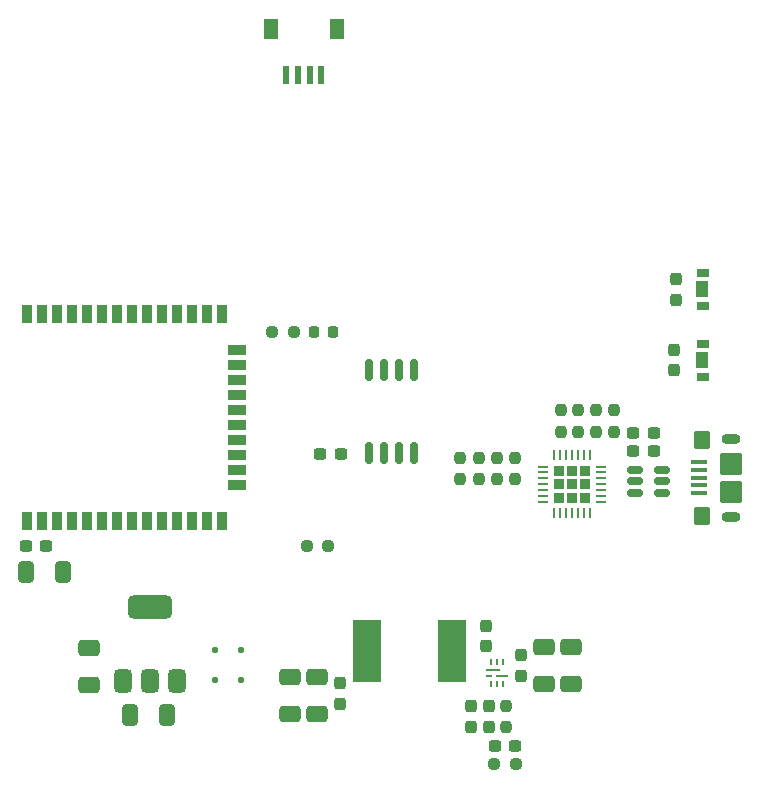
<source format=gbr>
%TF.GenerationSoftware,KiCad,Pcbnew,9.0.3*%
%TF.CreationDate,2025-08-19T04:28:39+03:00*%
%TF.ProjectId,esp,6573702e-6b69-4636-9164-5f7063625858,rev?*%
%TF.SameCoordinates,Original*%
%TF.FileFunction,Paste,Top*%
%TF.FilePolarity,Positive*%
%FSLAX46Y46*%
G04 Gerber Fmt 4.6, Leading zero omitted, Abs format (unit mm)*
G04 Created by KiCad (PCBNEW 9.0.3) date 2025-08-19 04:28:39*
%MOMM*%
%LPD*%
G01*
G04 APERTURE LIST*
G04 Aperture macros list*
%AMRoundRect*
0 Rectangle with rounded corners*
0 $1 Rounding radius*
0 $2 $3 $4 $5 $6 $7 $8 $9 X,Y pos of 4 corners*
0 Add a 4 corners polygon primitive as box body*
4,1,4,$2,$3,$4,$5,$6,$7,$8,$9,$2,$3,0*
0 Add four circle primitives for the rounded corners*
1,1,$1+$1,$2,$3*
1,1,$1+$1,$4,$5*
1,1,$1+$1,$6,$7*
1,1,$1+$1,$8,$9*
0 Add four rect primitives between the rounded corners*
20,1,$1+$1,$2,$3,$4,$5,0*
20,1,$1+$1,$4,$5,$6,$7,0*
20,1,$1+$1,$6,$7,$8,$9,0*
20,1,$1+$1,$8,$9,$2,$3,0*%
G04 Aperture macros list end*
%ADD10RoundRect,0.125000X-0.125000X-0.125000X0.125000X-0.125000X0.125000X0.125000X-0.125000X0.125000X0*%
%ADD11RoundRect,0.250000X-0.650000X0.412500X-0.650000X-0.412500X0.650000X-0.412500X0.650000X0.412500X0*%
%ADD12RoundRect,0.237500X0.250000X0.237500X-0.250000X0.237500X-0.250000X-0.237500X0.250000X-0.237500X0*%
%ADD13RoundRect,0.237500X-0.237500X0.300000X-0.237500X-0.300000X0.237500X-0.300000X0.237500X0.300000X0*%
%ADD14RoundRect,0.150000X-0.512500X-0.150000X0.512500X-0.150000X0.512500X0.150000X-0.512500X0.150000X0*%
%ADD15R,0.249999X0.549999*%
%ADD16R,1.000000X0.249999*%
%ADD17R,1.300000X0.249999*%
%ADD18R,0.549999X0.249999*%
%ADD19R,0.600000X1.550000*%
%ADD20R,1.200000X1.800000*%
%ADD21RoundRect,0.375000X0.375000X-0.625000X0.375000X0.625000X-0.375000X0.625000X-0.375000X-0.625000X0*%
%ADD22RoundRect,0.500000X1.400000X-0.500000X1.400000X0.500000X-1.400000X0.500000X-1.400000X-0.500000X0*%
%ADD23RoundRect,0.237500X0.237500X-0.250000X0.237500X0.250000X-0.237500X0.250000X-0.237500X-0.250000X0*%
%ADD24RoundRect,0.150000X0.150000X-0.800000X0.150000X0.800000X-0.150000X0.800000X-0.150000X-0.800000X0*%
%ADD25RoundRect,0.100000X0.575000X-0.100000X0.575000X0.100000X-0.575000X0.100000X-0.575000X-0.100000X0*%
%ADD26O,1.600000X0.900000*%
%ADD27RoundRect,0.250000X0.450000X-0.550000X0.450000X0.550000X-0.450000X0.550000X-0.450000X-0.550000X0*%
%ADD28RoundRect,0.250000X0.700000X-0.700000X0.700000X0.700000X-0.700000X0.700000X-0.700000X-0.700000X0*%
%ADD29RoundRect,0.237500X-0.300000X-0.237500X0.300000X-0.237500X0.300000X0.237500X-0.300000X0.237500X0*%
%ADD30RoundRect,0.237500X-0.237500X0.250000X-0.237500X-0.250000X0.237500X-0.250000X0.237500X0.250000X0*%
%ADD31R,1.100000X0.700000*%
%ADD32R,1.100000X1.400000*%
%ADD33RoundRect,0.237500X0.237500X-0.300000X0.237500X0.300000X-0.237500X0.300000X-0.237500X-0.300000X0*%
%ADD34RoundRect,0.218750X0.218750X0.256250X-0.218750X0.256250X-0.218750X-0.256250X0.218750X-0.256250X0*%
%ADD35RoundRect,0.225000X0.225000X0.225000X-0.225000X0.225000X-0.225000X-0.225000X0.225000X-0.225000X0*%
%ADD36RoundRect,0.062500X0.337500X0.062500X-0.337500X0.062500X-0.337500X-0.062500X0.337500X-0.062500X0*%
%ADD37RoundRect,0.062500X0.062500X0.337500X-0.062500X0.337500X-0.062500X-0.337500X0.062500X-0.337500X0*%
%ADD38RoundRect,0.250000X0.412500X0.650000X-0.412500X0.650000X-0.412500X-0.650000X0.412500X-0.650000X0*%
%ADD39R,0.900000X1.500000*%
%ADD40R,1.500000X0.900000*%
%ADD41R,2.413000X5.334000*%
%ADD42RoundRect,0.237500X0.300000X0.237500X-0.300000X0.237500X-0.300000X-0.237500X0.300000X-0.237500X0*%
%ADD43RoundRect,0.237500X-0.250000X-0.237500X0.250000X-0.237500X0.250000X0.237500X-0.250000X0.237500X0*%
G04 APERTURE END LIST*
D10*
%TO.C,D3*%
X74300000Y-92250000D03*
X76500000Y-92250000D03*
%TD*%
D11*
%TO.C,C6*%
X104500000Y-92037500D03*
X104500000Y-95162500D03*
%TD*%
D12*
%TO.C,R5*%
X83912500Y-83450000D03*
X82087500Y-83450000D03*
%TD*%
D13*
%TO.C,C10*%
X96000000Y-97037500D03*
X96000000Y-98762500D03*
%TD*%
D14*
%TO.C,U1*%
X109862500Y-77050000D03*
X109862500Y-78000000D03*
X109862500Y-78950000D03*
X112137500Y-78950000D03*
X112137500Y-78000000D03*
X112137500Y-77050000D03*
%TD*%
D15*
%TO.C,U6*%
X97699998Y-95124997D03*
X98199997Y-95124997D03*
X98699999Y-95124997D03*
D16*
X98649999Y-94450000D03*
D15*
X98699999Y-93274998D03*
X98199997Y-93274998D03*
X97699998Y-93274998D03*
D17*
X97900001Y-93950000D03*
D18*
X97525000Y-94450000D03*
%TD*%
D19*
%TO.C,J3*%
X83346000Y-43599999D03*
X82345999Y-43599999D03*
X81345999Y-43599999D03*
X80346001Y-43599999D03*
D20*
X84646000Y-39699999D03*
X79046001Y-39699999D03*
%TD*%
D11*
%TO.C,C17*%
X83000000Y-94587500D03*
X83000000Y-97712500D03*
%TD*%
%TO.C,C7*%
X102200000Y-92037500D03*
X102200000Y-95162500D03*
%TD*%
D12*
%TO.C,R11*%
X99812500Y-101900000D03*
X97987500Y-101900000D03*
%TD*%
D21*
%TO.C,U5*%
X66500000Y-94900000D03*
X68800000Y-94900000D03*
D22*
X68800000Y-88600000D03*
D21*
X71100000Y-94900000D03*
%TD*%
D23*
%TO.C,R1*%
X108100000Y-73812500D03*
X108100000Y-71987500D03*
%TD*%
%TO.C,R12*%
X99000000Y-98812500D03*
X99000000Y-96987500D03*
%TD*%
D24*
%TO.C,U3*%
X87395000Y-75600000D03*
X88665000Y-75600000D03*
X89935000Y-75600000D03*
X91205000Y-75600000D03*
X91205000Y-68600000D03*
X89935000Y-68600000D03*
X88665000Y-68600000D03*
X87395000Y-68600000D03*
%TD*%
D25*
%TO.C,J2*%
X115325000Y-79000000D03*
X115325000Y-78350000D03*
X115325000Y-77700000D03*
X115325000Y-77050000D03*
X115325000Y-76400000D03*
D26*
X118000000Y-81000000D03*
D27*
X115550000Y-80900000D03*
D28*
X118000000Y-78900000D03*
X118000000Y-76500000D03*
D27*
X115550000Y-74500000D03*
D26*
X118000000Y-74400000D03*
%TD*%
D11*
%TO.C,C12*%
X63700000Y-92087500D03*
X63700000Y-95212500D03*
%TD*%
D29*
%TO.C,C1*%
X109737500Y-75400000D03*
X111462500Y-75400000D03*
%TD*%
%TO.C,C20*%
X83237500Y-75650000D03*
X84962500Y-75650000D03*
%TD*%
D13*
%TO.C,C19*%
X84900000Y-95087500D03*
X84900000Y-96812500D03*
%TD*%
D30*
%TO.C,R9*%
X99700000Y-75987500D03*
X99700000Y-77812500D03*
%TD*%
D13*
%TO.C,C9*%
X97500000Y-97037500D03*
X97500000Y-98762500D03*
%TD*%
D29*
%TO.C,C2*%
X109737500Y-73900000D03*
X111462500Y-73900000D03*
%TD*%
D31*
%TO.C,S1*%
X115687500Y-66350000D03*
X115687500Y-69150000D03*
D32*
X115537500Y-67750000D03*
%TD*%
D33*
%TO.C,C3*%
X113200000Y-68612500D03*
X113200000Y-66887500D03*
%TD*%
D23*
%TO.C,R7*%
X95070000Y-77812500D03*
X95070000Y-75987500D03*
%TD*%
D34*
%TO.C,D1*%
X84287500Y-65350000D03*
X82712500Y-65350000D03*
%TD*%
D35*
%TO.C,U2*%
X105670000Y-79370000D03*
X105670000Y-78250000D03*
X105670000Y-77130000D03*
X104550000Y-79370000D03*
X104550000Y-78250000D03*
X104550000Y-77130000D03*
X103430000Y-79370000D03*
X103430000Y-78250000D03*
X103430000Y-77130000D03*
D36*
X107000000Y-79750000D03*
X107000000Y-79250000D03*
X107000000Y-78750000D03*
X107000000Y-78250000D03*
X107000000Y-77750000D03*
X107000000Y-77250000D03*
X107000000Y-76750000D03*
D37*
X106050000Y-75800000D03*
X105550000Y-75800000D03*
X105050000Y-75800000D03*
X104550000Y-75800000D03*
X104050000Y-75800000D03*
X103550000Y-75800000D03*
X103050000Y-75800000D03*
D36*
X102100000Y-76750000D03*
X102100000Y-77250000D03*
X102100000Y-77750000D03*
X102100000Y-78250000D03*
X102100000Y-78750000D03*
X102100000Y-79250000D03*
X102100000Y-79750000D03*
D37*
X103050000Y-80700000D03*
X103550000Y-80700000D03*
X104050000Y-80700000D03*
X104550000Y-80700000D03*
X105050000Y-80700000D03*
X105550000Y-80700000D03*
X106050000Y-80700000D03*
%TD*%
D23*
%TO.C,R8*%
X96670000Y-77812500D03*
X96670000Y-75987500D03*
%TD*%
D31*
%TO.C,S2*%
X115687500Y-60350000D03*
X115687500Y-63150000D03*
D32*
X115537500Y-61750000D03*
%TD*%
D38*
%TO.C,C11*%
X70262500Y-97750000D03*
X67137500Y-97750000D03*
%TD*%
D33*
%TO.C,C13*%
X97300000Y-91962500D03*
X97300000Y-90237500D03*
%TD*%
D39*
%TO.C,U4*%
X58450000Y-81350000D03*
X59720000Y-81350000D03*
X60990000Y-81350000D03*
X62260000Y-81350000D03*
X63530000Y-81350000D03*
X64800000Y-81350000D03*
X66070000Y-81350000D03*
X67340000Y-81350000D03*
X68610000Y-81350000D03*
X69880000Y-81350000D03*
X71150000Y-81350000D03*
X72420000Y-81350000D03*
X73690000Y-81350000D03*
X74960000Y-81350000D03*
D40*
X76210000Y-78310000D03*
X76210000Y-77040000D03*
X76210000Y-75770000D03*
X76210000Y-74500000D03*
X76210000Y-73230000D03*
X76210000Y-71960000D03*
X76210000Y-70690000D03*
X76210000Y-69420000D03*
X76210000Y-68150000D03*
X76210000Y-66880000D03*
D39*
X74960000Y-63850000D03*
X73690000Y-63850000D03*
X72420000Y-63850000D03*
X71150000Y-63850000D03*
X69880000Y-63850000D03*
X68610000Y-63850000D03*
X67340000Y-63850000D03*
X66070000Y-63850000D03*
X64800000Y-63850000D03*
X63530000Y-63850000D03*
X62260000Y-63850000D03*
X60990000Y-63850000D03*
X59720000Y-63850000D03*
X58450000Y-63850000D03*
%TD*%
D10*
%TO.C,D2*%
X74300000Y-94850000D03*
X76500000Y-94850000D03*
%TD*%
D41*
%TO.C,L2*%
X87180500Y-92350000D03*
X94419500Y-92350000D03*
%TD*%
D23*
%TO.C,R3*%
X105100000Y-73812500D03*
X105100000Y-71987500D03*
%TD*%
D30*
%TO.C,R10*%
X98200000Y-75987500D03*
X98200000Y-77812500D03*
%TD*%
D42*
%TO.C,C5*%
X60047500Y-83500000D03*
X58322500Y-83500000D03*
%TD*%
D38*
%TO.C,C4*%
X61447500Y-85700000D03*
X58322500Y-85700000D03*
%TD*%
D29*
%TO.C,C14*%
X98037500Y-100400000D03*
X99762500Y-100400000D03*
%TD*%
D30*
%TO.C,R2*%
X106600000Y-71987500D03*
X106600000Y-73812500D03*
%TD*%
D13*
%TO.C,C8*%
X100200000Y-92737500D03*
X100200000Y-94462500D03*
%TD*%
D30*
%TO.C,R4*%
X103600000Y-71987500D03*
X103600000Y-73812500D03*
%TD*%
D11*
%TO.C,C18*%
X80700000Y-94587500D03*
X80700000Y-97712500D03*
%TD*%
D43*
%TO.C,R6*%
X79187500Y-65350000D03*
X81012500Y-65350000D03*
%TD*%
D33*
%TO.C,C16*%
X113400000Y-62612500D03*
X113400000Y-60887500D03*
%TD*%
M02*

</source>
